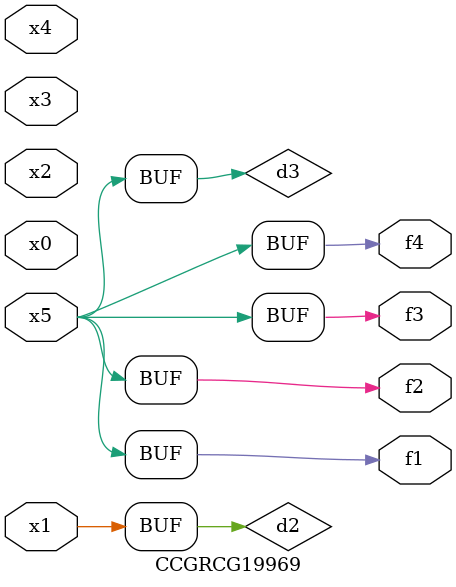
<source format=v>
module CCGRCG19969(
	input x0, x1, x2, x3, x4, x5,
	output f1, f2, f3, f4
);

	wire d1, d2, d3;

	not (d1, x5);
	or (d2, x1);
	xnor (d3, d1);
	assign f1 = d3;
	assign f2 = d3;
	assign f3 = d3;
	assign f4 = d3;
endmodule

</source>
